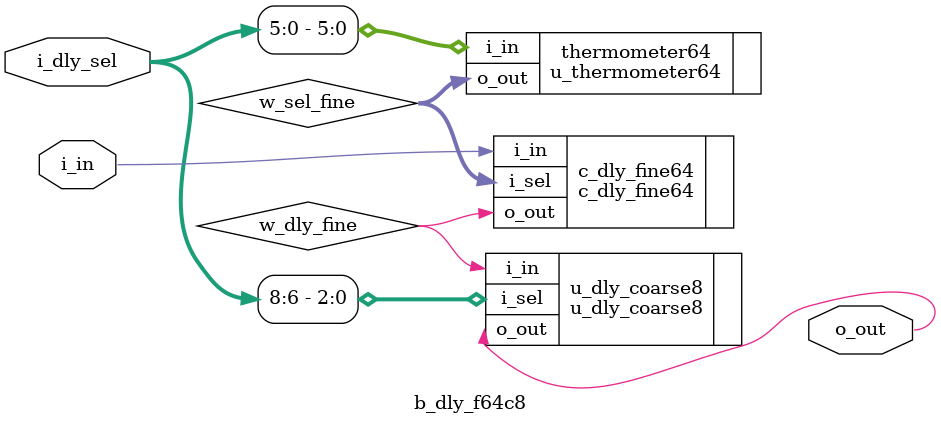
<source format=v>

module b_dly_f64c8
(	
	output				o_out,
	input				i_in,
	input		[8:0]	i_dly_sel
);

	wire			w_dly_fine;
	wire	[63:0]	w_sel_fine;

	u_thermometer64
	thermometer64(	
		.o_out	(w_sel_fine		),
		.i_in	(i_dly_sel[5:0]	)
	);


	c_dly_fine64
	c_dly_fine64(
		.o_out	(w_dly_fine		),
		.i_in	(i_in			),
		.i_sel	(w_sel_fine		)
	);

	u_dly_coarse8
	u_dly_coarse8(
		.o_out	(o_out			),
		.i_in	(w_dly_fine		),
		.i_sel	(i_dly_sel[8:6] )
	);

endmodule

</source>
